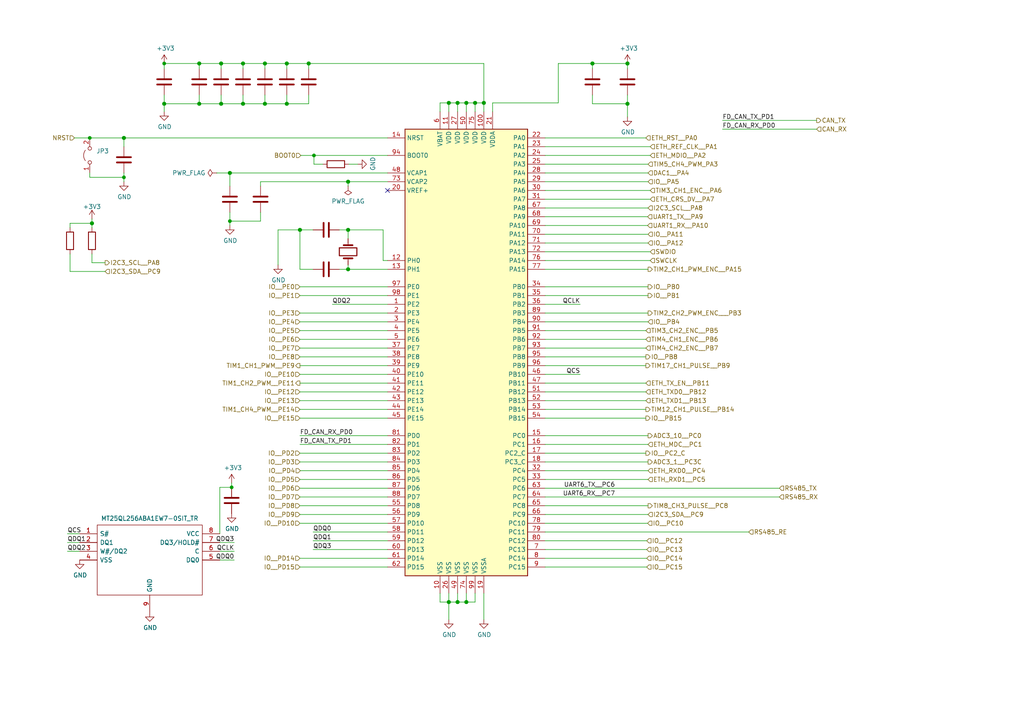
<source format=kicad_sch>
(kicad_sch (version 20230121) (generator eeschema)
  (paper "A4")
  (title_block (title "Uni printer") (date "2020-04-30") (rev "2.0") (company "Kartech") (comment 1 "jaroslaw.karwik@gmail.com"))
  (lib_symbols
    (symbol "Jumper:Jumper_2_Open" (pin_names (offset 0) hide)
      (property "Reference" "JP" (at 0 2.794 0))
      (property "Value" "Jumper_2_Open" (at 0 -2.286 0))
      (symbol "Jumper_2_Open_0_0"
        (circle (center -2.032 0) (radius 0.508))
        (circle (center 2.032 0) (radius 0.508))
      )
      (symbol "Jumper_2_Open_0_1"
        (arc (start 1.524 1.27) (mid 0 1.778) (end -1.524 1.27))
      )
      (symbol "Jumper_2_Open_1_1"
        (pin passive line (at -5.08 0 0) (length 2.54) (name "A") (number "1"))
        (pin passive line (at 5.08 0 180) (length 2.54) (name "B") (number "2"))
      )
    )
    (symbol "MCU_ST_STM32H7:STM32H743VITx"
      (property "Reference" "U" (at -17.78 64.77 0))
      (property "Value" "STM32H743VITx" (at 10.16 64.77 0))
      (symbol "STM32H743VITx_0_1"
        (rectangle (start -17.78 -66.04) (end 17.78 63.5) (stroke (width 0.254)) (fill (type background)))
      )
      (symbol "STM32H743VITx_1_1"
        (pin bidirectional line (at -22.86 12.7 0) (length 5.08) (name "PE2") (number "1"))
        (pin power_in line (at -7.62 -71.12 90) (length 5.08) (name "VSS") (number "10"))
        (pin power_in line (at 5.08 68.58 270) (length 5.08) (name "VDD") (number "100"))
        (pin power_in line (at -5.08 68.58 270) (length 5.08) (name "VDD") (number "11"))
        (pin input line (at -22.86 25.4 0) (length 5.08) (name "PH0") (number "12"))
        (pin input line (at -22.86 22.86 0) (length 5.08) (name "PH1") (number "13"))
        (pin input line (at -22.86 60.96 0) (length 5.08) (name "NRST") (number "14"))
        (pin bidirectional line (at 22.86 -25.4 180) (length 5.08) (name "PC0") (number "15"))
        (pin bidirectional line (at 22.86 -27.94 180) (length 5.08) (name "PC1") (number "16"))
        (pin bidirectional line (at 22.86 -30.48 180) (length 5.08) (name "PC2_C") (number "17"))
        (pin bidirectional line (at 22.86 -33.02 180) (length 5.08) (name "PC3_C") (number "18"))
        (pin power_in line (at 5.08 -71.12 90) (length 5.08) (name "VSSA") (number "19"))
        (pin bidirectional line (at -22.86 10.16 0) (length 5.08) (name "PE3") (number "2"))
        (pin bidirectional line (at -22.86 45.72 0) (length 5.08) (name "VREF+") (number "20"))
        (pin power_in line (at 7.62 68.58 270) (length 5.08) (name "VDDA") (number "21"))
        (pin bidirectional line (at 22.86 60.96 180) (length 5.08) (name "PA0") (number "22"))
        (pin bidirectional line (at 22.86 58.42 180) (length 5.08) (name "PA1") (number "23"))
        (pin bidirectional line (at 22.86 55.88 180) (length 5.08) (name "PA2") (number "24"))
        (pin bidirectional line (at 22.86 53.34 180) (length 5.08) (name "PA3") (number "25"))
        (pin power_in line (at -5.08 -71.12 90) (length 5.08) (name "VSS") (number "26"))
        (pin power_in line (at -2.54 68.58 270) (length 5.08) (name "VDD") (number "27"))
        (pin bidirectional line (at 22.86 50.8 180) (length 5.08) (name "PA4") (number "28"))
        (pin bidirectional line (at 22.86 48.26 180) (length 5.08) (name "PA5") (number "29"))
        (pin bidirectional line (at -22.86 7.62 0) (length 5.08) (name "PE4") (number "3"))
        (pin bidirectional line (at 22.86 45.72 180) (length 5.08) (name "PA6") (number "30"))
        (pin bidirectional line (at 22.86 43.18 180) (length 5.08) (name "PA7") (number "31"))
        (pin bidirectional line (at 22.86 -35.56 180) (length 5.08) (name "PC4") (number "32"))
        (pin bidirectional line (at 22.86 -38.1 180) (length 5.08) (name "PC5") (number "33"))
        (pin bidirectional line (at 22.86 17.78 180) (length 5.08) (name "PB0") (number "34"))
        (pin bidirectional line (at 22.86 15.24 180) (length 5.08) (name "PB1") (number "35"))
        (pin bidirectional line (at 22.86 12.7 180) (length 5.08) (name "PB2") (number "36"))
        (pin bidirectional line (at -22.86 0 0) (length 5.08) (name "PE7") (number "37"))
        (pin bidirectional line (at -22.86 -2.54 0) (length 5.08) (name "PE8") (number "38"))
        (pin bidirectional line (at -22.86 -5.08 0) (length 5.08) (name "PE9") (number "39"))
        (pin bidirectional line (at -22.86 5.08 0) (length 5.08) (name "PE5") (number "4"))
        (pin bidirectional line (at -22.86 -7.62 0) (length 5.08) (name "PE10") (number "40"))
        (pin bidirectional line (at -22.86 -10.16 0) (length 5.08) (name "PE11") (number "41"))
        (pin bidirectional line (at -22.86 -12.7 0) (length 5.08) (name "PE12") (number "42"))
        (pin bidirectional line (at -22.86 -15.24 0) (length 5.08) (name "PE13") (number "43"))
        (pin bidirectional line (at -22.86 -17.78 0) (length 5.08) (name "PE14") (number "44"))
        (pin bidirectional line (at -22.86 -20.32 0) (length 5.08) (name "PE15") (number "45"))
        (pin bidirectional line (at 22.86 -7.62 180) (length 5.08) (name "PB10") (number "46"))
        (pin bidirectional line (at 22.86 -10.16 180) (length 5.08) (name "PB11") (number "47"))
        (pin power_in line (at -22.86 50.8 0) (length 5.08) (name "VCAP1") (number "48"))
        (pin power_in line (at -2.54 -71.12 90) (length 5.08) (name "VSS") (number "49"))
        (pin bidirectional line (at -22.86 2.54 0) (length 5.08) (name "PE6") (number "5"))
        (pin power_in line (at 0 68.58 270) (length 5.08) (name "VDD") (number "50"))
        (pin bidirectional line (at 22.86 -12.7 180) (length 5.08) (name "PB12") (number "51"))
        (pin bidirectional line (at 22.86 -15.24 180) (length 5.08) (name "PB13") (number "52"))
        (pin bidirectional line (at 22.86 -17.78 180) (length 5.08) (name "PB14") (number "53"))
        (pin bidirectional line (at 22.86 -20.32 180) (length 5.08) (name "PB15") (number "54"))
        (pin bidirectional line (at -22.86 -45.72 0) (length 5.08) (name "PD8") (number "55"))
        (pin bidirectional line (at -22.86 -48.26 0) (length 5.08) (name "PD9") (number "56"))
        (pin bidirectional line (at -22.86 -50.8 0) (length 5.08) (name "PD10") (number "57"))
        (pin bidirectional line (at -22.86 -53.34 0) (length 5.08) (name "PD11") (number "58"))
        (pin bidirectional line (at -22.86 -55.88 0) (length 5.08) (name "PD12") (number "59"))
        (pin power_in line (at -7.62 68.58 270) (length 5.08) (name "VBAT") (number "6"))
        (pin bidirectional line (at -22.86 -58.42 0) (length 5.08) (name "PD13") (number "60"))
        (pin bidirectional line (at -22.86 -60.96 0) (length 5.08) (name "PD14") (number "61"))
        (pin bidirectional line (at -22.86 -63.5 0) (length 5.08) (name "PD15") (number "62"))
        (pin bidirectional line (at 22.86 -40.64 180) (length 5.08) (name "PC6") (number "63"))
        (pin bidirectional line (at 22.86 -43.18 180) (length 5.08) (name "PC7") (number "64"))
        (pin bidirectional line (at 22.86 -45.72 180) (length 5.08) (name "PC8") (number "65"))
        (pin bidirectional line (at 22.86 -48.26 180) (length 5.08) (name "PC9") (number "66"))
        (pin bidirectional line (at 22.86 40.64 180) (length 5.08) (name "PA8") (number "67"))
        (pin bidirectional line (at 22.86 38.1 180) (length 5.08) (name "PA9") (number "68"))
        (pin bidirectional line (at 22.86 35.56 180) (length 5.08) (name "PA10") (number "69"))
        (pin bidirectional line (at 22.86 -58.42 180) (length 5.08) (name "PC13") (number "7"))
        (pin bidirectional line (at 22.86 33.02 180) (length 5.08) (name "PA11") (number "70"))
        (pin bidirectional line (at 22.86 30.48 180) (length 5.08) (name "PA12") (number "71"))
        (pin bidirectional line (at 22.86 27.94 180) (length 5.08) (name "PA13") (number "72"))
        (pin power_in line (at -22.86 48.26 0) (length 5.08) (name "VCAP2") (number "73"))
        (pin power_in line (at 0 -71.12 90) (length 5.08) (name "VSS") (number "74"))
        (pin power_in line (at 2.54 68.58 270) (length 5.08) (name "VDD") (number "75"))
        (pin bidirectional line (at 22.86 25.4 180) (length 5.08) (name "PA14") (number "76"))
        (pin bidirectional line (at 22.86 22.86 180) (length 5.08) (name "PA15") (number "77"))
        (pin bidirectional line (at 22.86 -50.8 180) (length 5.08) (name "PC10") (number "78"))
        (pin bidirectional line (at 22.86 -53.34 180) (length 5.08) (name "PC11") (number "79"))
        (pin bidirectional line (at 22.86 -60.96 180) (length 5.08) (name "PC14") (number "8"))
        (pin bidirectional line (at 22.86 -55.88 180) (length 5.08) (name "PC12") (number "80"))
        (pin bidirectional line (at -22.86 -25.4 0) (length 5.08) (name "PD0") (number "81"))
        (pin bidirectional line (at -22.86 -27.94 0) (length 5.08) (name "PD1") (number "82"))
        (pin bidirectional line (at -22.86 -30.48 0) (length 5.08) (name "PD2") (number "83"))
        (pin bidirectional line (at -22.86 -33.02 0) (length 5.08) (name "PD3") (number "84"))
        (pin bidirectional line (at -22.86 -35.56 0) (length 5.08) (name "PD4") (number "85"))
        (pin bidirectional line (at -22.86 -38.1 0) (length 5.08) (name "PD5") (number "86"))
        (pin bidirectional line (at -22.86 -40.64 0) (length 5.08) (name "PD6") (number "87"))
        (pin bidirectional line (at -22.86 -43.18 0) (length 5.08) (name "PD7") (number "88"))
        (pin bidirectional line (at 22.86 10.16 180) (length 5.08) (name "PB3") (number "89"))
        (pin bidirectional line (at 22.86 -63.5 180) (length 5.08) (name "PC15") (number "9"))
        (pin bidirectional line (at 22.86 7.62 180) (length 5.08) (name "PB4") (number "90"))
        (pin bidirectional line (at 22.86 5.08 180) (length 5.08) (name "PB5") (number "91"))
        (pin bidirectional line (at 22.86 2.54 180) (length 5.08) (name "PB6") (number "92"))
        (pin bidirectional line (at 22.86 0 180) (length 5.08) (name "PB7") (number "93"))
        (pin input line (at -22.86 55.88 0) (length 5.08) (name "BOOT0") (number "94"))
        (pin bidirectional line (at 22.86 -2.54 180) (length 5.08) (name "PB8") (number "95"))
        (pin bidirectional line (at 22.86 -5.08 180) (length 5.08) (name "PB9") (number "96"))
        (pin bidirectional line (at -22.86 17.78 0) (length 5.08) (name "PE0") (number "97"))
        (pin bidirectional line (at -22.86 15.24 0) (length 5.08) (name "PE1") (number "98"))
        (pin power_in line (at 2.54 -71.12 90) (length 5.08) (name "VSS") (number "99"))
      )
    )
    (symbol "MT25QL256ABA1EW7-0SIT_TR:MT25QL256ABA1EW7-0SIT_TR" (pin_names (offset 0.762))
      (property "Reference" "IC" (at 36.83 7.62 0))
      (property "Value" "MT25QL256ABA1EW7-0SIT_TR" (at 36.83 5.08 0))
      (symbol "MT25QL256ABA1EW7-0SIT_TR_0_0"
        (pin passive line (at 0 0 0) (length 5.08) (name "S#") (number "1"))
        (pin passive line (at 0 -2.54 0) (length 5.08) (name "DQ1") (number "2"))
        (pin passive line (at 0 -5.08 0) (length 5.08) (name "W#/DQ2") (number "3"))
        (pin passive line (at 0 -7.62 0) (length 5.08) (name "VSS") (number "4"))
        (pin passive line (at 40.64 -7.62 180) (length 5.08) (name "DQ0") (number "5"))
        (pin passive line (at 40.64 -5.08 180) (length 5.08) (name "C") (number "6"))
        (pin passive line (at 40.64 -2.54 180) (length 5.08) (name "DQ3/HOLD#") (number "7"))
        (pin passive line (at 40.64 0 180) (length 5.08) (name "VCC") (number "8"))
        (pin passive line (at 20.32 -22.86 90) (length 5.08) (name "GND") (number "9"))
      )
      (symbol "MT25QL256ABA1EW7-0SIT_TR_0_1"
        (polyline (pts (xy 5.08 2.54) (xy 35.56 2.54) (xy 35.56 -17.78) (xy 5.08 -17.78) (xy 5.08 2.54)) (stroke (width 0.1524)))
      )
    )
    (symbol "Uni_Printer-rescue:C-Device" (pin_numbers hide) (pin_names (offset 0.254))
      (property "Reference" "C" (at 0.635 2.54 0))
      (property "Value" "C-Device" (at 0.635 -2.54 0))
      (symbol "C-Device_0_1"
        (polyline (pts (xy -2.032 -0.762) (xy 2.032 -0.762)) (stroke (width 0.508)))
        (polyline (pts (xy -2.032 0.762) (xy 2.032 0.762)) (stroke (width 0.508)))
      )
      (symbol "C-Device_1_1"
        (pin passive line (at 0 3.81 270) (length 2.794) (name "~") (number "1"))
        (pin passive line (at 0 -3.81 90) (length 2.794) (name "~") (number "2"))
      )
    )
    (symbol "Uni_Printer-rescue:Crystal-Device" (pin_numbers hide) (pin_names (offset 1.016) hide)
      (property "Reference" "Y" (at 0 3.81 0))
      (property "Value" "Crystal-Device" (at 0 -3.81 0))
      (symbol "Crystal-Device_0_1"
        (rectangle (start -1.143 2.54) (end 1.143 -2.54) (stroke (width 0.3048)))
        (polyline (pts (xy -2.54 0) (xy -1.905 0)))
        (polyline (pts (xy -1.905 -1.27) (xy -1.905 1.27)) (stroke (width 0.508)))
        (polyline (pts (xy 1.905 -1.27) (xy 1.905 1.27)) (stroke (width 0.508)))
        (polyline (pts (xy 2.54 0) (xy 1.905 0)))
      )
      (symbol "Crystal-Device_1_1"
        (pin passive line (at -3.81 0 0) (length 1.27) (name "1") (number "1"))
        (pin passive line (at 3.81 0 180) (length 1.27) (name "2") (number "2"))
      )
    )
    (symbol "Uni_Printer-rescue:PWR_FLAG-mfc_base_lib-Sensor_tank_v1-rescue-Uni_General_v1-rescue-Uni_Printer_v1-rescue" (power) (pin_numbers hide) (pin_names (offset 0) hide)
      (property "Value" "PWR_FLAG-mfc_base_lib-Sensor_tank_v1-rescue-Uni_General_v1-rescue-Uni_Printer_v1-rescue" (at 0 3.81 0))
      (symbol "PWR_FLAG-mfc_base_lib-Sensor_tank_v1-rescue-Uni_General_v1-rescue-Uni_Printer_v1-rescue_0_0"
        (pin power_out line (at 0 0 90) (length 0) (name "pwr") (number "1"))
      )
      (symbol "PWR_FLAG-mfc_base_lib-Sensor_tank_v1-rescue-Uni_General_v1-rescue-Uni_Printer_v1-rescue_0_1"
        (polyline (pts (xy 0 0) (xy 0 1.27) (xy -1.016 1.905) (xy 0 2.54) (xy 1.016 1.905) (xy 0 1.27)))
      )
    )
    (symbol "Uni_Printer-rescue:R-Device" (pin_numbers hide) (pin_names (offset 0))
      (property "Reference" "R" (at 2.032 0 90))
      (property "Value" "R-Device" (at 0 0 90))
      (symbol "R-Device_0_1"
        (rectangle (start -1.016 -2.54) (end 1.016 2.54) (stroke (width 0.254)))
      )
      (symbol "R-Device_1_1"
        (pin passive line (at 0 3.81 270) (length 1.27) (name "~") (number "1"))
        (pin passive line (at 0 -3.81 90) (length 1.27) (name "~") (number "2"))
      )
    )
    (symbol "power:+3V3" (power) (pin_names (offset 0))
      (property "Value" "+3V3" (at 0 3.556 0))
      (symbol "+3V3_0_1"
        (polyline (pts (xy -0.762 1.27) (xy 0 2.54)))
        (polyline (pts (xy 0 0) (xy 0 2.54)))
        (polyline (pts (xy 0 2.54) (xy 0.762 1.27)))
      )
      (symbol "+3V3_1_1"
        (pin power_in line (at 0 0 90) (length 0) hide (name "+3V3") (number "1"))
      )
    )
    (symbol "power:GND" (power) (pin_names (offset 0))
      (property "Value" "GND" (at 0 -3.81 0))
      (symbol "GND_0_1"
        (polyline (pts (xy 0 0) (xy 0 -1.27) (xy 1.27 -1.27) (xy 0 -2.54) (xy -1.27 -1.27) (xy 0 -1.27)))
      )
      (symbol "GND_1_1"
        (pin power_in line (at 0 0 270) (length 0) hide (name "GND") (number "1"))
      )
    )
  )
  (junction (at 76.835 30.099) (diameter 1.016))
  (junction (at 100.965 52.705) (diameter 1.016))
  (junction (at 132.715 29.845) (diameter 1.016))
  (junction (at 140.335 29.845) (diameter 1.016))
  (junction (at 135.255 174.625) (diameter 1.016))
  (junction (at 86.995 66.675) (diameter 1.016))
  (junction (at 137.795 29.845) (diameter 1.016))
  (junction (at 130.175 29.845) (diameter 1.016))
  (junction (at 57.785 18.415) (diameter 1.016))
  (junction (at 47.625 30.099) (diameter 1.016))
  (junction (at 91.059 45.085))
  (junction (at 181.991 30.099) (diameter 1.016))
  (junction (at 76.835 18.415) (diameter 1.016))
  (junction (at 135.255 29.845) (diameter 1.016))
  (junction (at 64.135 30.099) (diameter 1.016))
  (junction (at 132.715 174.625) (diameter 1.016))
  (junction (at 35.941 40.005) (diameter 1.016))
  (junction (at 70.485 30.099) (diameter 1.016))
  (junction (at 47.625 18.415))
  (junction (at 171.831 18.415) (diameter 1.016))
  (junction (at 66.675 50.165) (diameter 1.016))
  (junction (at 67.183 141.351))
  (junction (at 83.185 30.099) (diameter 1.016))
  (junction (at 64.135 18.415) (diameter 1.016))
  (junction (at 100.965 78.105) (diameter 1.016))
  (junction (at 57.785 30.099) (diameter 1.016))
  (junction (at 26.67 64.77) (diameter 1.016))
  (junction (at 83.185 18.415) (diameter 1.016))
  (junction (at 89.535 18.415) (diameter 1.016))
  (junction (at 66.675 64.135))
  (junction (at 100.965 66.675) (diameter 1.016))
  (junction (at 130.175 174.625) (diameter 1.016))
  (junction (at 70.485 18.415) (diameter 1.016))
  (junction (at 35.941 51.435))
  (junction (at 26.035 40.005))
  (junction (at 181.991 18.415) (diameter 1.016))
  (no_connect (at 112.395 55.245))
  (wire (pts (xy 112.395 118.745) (xy 86.995 118.745)))
  (wire (pts (xy 171.831 19.939) (xy 171.831 18.415)))
  (wire (pts (xy 171.831 30.099) (xy 181.991 30.099)))
  (wire (pts (xy 112.395 103.505) (xy 86.995 103.505)))
  (wire (pts (xy 26.67 63.5) (xy 26.67 64.77)))
  (wire (pts (xy 137.795 29.845) (xy 137.795 32.385)))
  (wire (pts (xy 161.925 18.415) (xy 171.831 18.415)))
  (wire (pts (xy 100.965 69.215) (xy 100.965 66.675)))
  (wire (pts (xy 112.395 151.765) (xy 86.995 151.765)))
  (wire (pts (xy 158.115 52.705) (xy 187.96 52.705)))
  (wire (pts (xy 66.675 50.165) (xy 62.865 50.165)))
  (wire (pts (xy 112.395 78.105) (xy 100.965 78.105)))
  (wire (pts (xy 86.995 111.125) (xy 112.395 111.125)))
  (wire (pts (xy 158.115 113.665) (xy 187.325 113.665)))
  (wire (pts (xy 75.565 53.975) (xy 75.565 52.705)))
  (wire (pts (xy 26.67 76.2) (xy 30.48 76.2)))
  (wire (pts (xy 21.59 40.005) (xy 26.035 40.005)))
  (wire (pts (xy 132.715 174.625) (xy 130.175 174.625)))
  (wire (pts (xy 89.535 30.099) (xy 89.535 27.559)))
  (wire (pts (xy 158.115 141.605) (xy 226.06 141.605)))
  (wire (pts (xy 57.785 30.099) (xy 47.625 30.099)))
  (wire (pts (xy 47.625 32.385) (xy 47.625 30.099)))
  (wire (pts (xy 112.395 128.905) (xy 86.995 128.905)))
  (wire (pts (xy 158.115 95.885) (xy 187.325 95.885)))
  (wire (pts (xy 187.96 133.985) (xy 158.115 133.985)))
  (wire (pts (xy 135.255 174.625) (xy 132.715 174.625)))
  (wire (pts (xy 86.995 93.345) (xy 112.395 93.345)))
  (wire (pts (xy 63.754 141.351) (xy 63.754 154.813)))
  (wire (pts (xy 19.558 157.353) (xy 23.114 157.353)))
  (wire (pts (xy 187.325 131.445) (xy 158.115 131.445)))
  (wire (pts (xy 158.115 50.165) (xy 187.96 50.165)))
  (wire (pts (xy 90.805 159.385) (xy 112.395 159.385)))
  (wire (pts (xy 20.32 66.04) (xy 20.32 64.77)))
  (wire (pts (xy 130.175 29.845) (xy 132.715 29.845)))
  (wire (pts (xy 171.831 27.559) (xy 171.831 30.099)))
  (wire (pts (xy 100.965 52.705) (xy 112.395 52.705)))
  (wire (pts (xy 91.059 45.085) (xy 112.395 45.085)))
  (wire (pts (xy 47.625 30.099) (xy 47.625 27.559)))
  (wire (pts (xy 86.995 106.045) (xy 112.395 106.045)))
  (wire (pts (xy 132.715 29.845) (xy 135.255 29.845)))
  (wire (pts (xy 158.115 75.565) (xy 188.595 75.565)))
  (wire (pts (xy 57.785 18.415) (xy 47.625 18.415)))
  (wire (pts (xy 130.175 174.625) (xy 127.635 174.625)))
  (wire (pts (xy 158.115 47.625) (xy 187.96 47.625)))
  (wire (pts (xy 137.795 174.625) (xy 135.255 174.625)))
  (wire (pts (xy 158.115 67.945) (xy 187.96 67.945)))
  (wire (pts (xy 112.395 144.145) (xy 86.995 144.145)))
  (wire (pts (xy 76.835 18.415) (xy 83.185 18.415)))
  (wire (pts (xy 158.115 45.085) (xy 188.595 45.085)))
  (wire (pts (xy 168.275 88.265) (xy 158.115 88.265)))
  (wire (pts (xy 209.55 37.465) (xy 236.855 37.465)))
  (wire (pts (xy 158.115 164.465) (xy 187.579 164.465)))
  (wire (pts (xy 112.395 113.665) (xy 86.995 113.665)))
  (wire (pts (xy 112.395 141.605) (xy 86.995 141.605)))
  (wire (pts (xy 135.255 29.845) (xy 137.795 29.845)))
  (wire (pts (xy 96.393 88.265) (xy 112.395 88.265)))
  (wire (pts (xy 158.115 83.185) (xy 187.96 83.185)))
  (wire (pts (xy 63.754 157.353) (xy 67.945 157.353)))
  (wire (pts (xy 19.558 154.813) (xy 23.114 154.813)))
  (wire (pts (xy 158.115 136.525) (xy 187.96 136.525)))
  (wire (pts (xy 187.325 121.285) (xy 158.115 121.285)))
  (wire (pts (xy 132.715 172.085) (xy 132.715 174.625)))
  (wire (pts (xy 112.395 50.165) (xy 66.675 50.165)))
  (wire (pts (xy 209.55 34.925) (xy 236.855 34.925)))
  (wire (pts (xy 20.32 78.74) (xy 30.48 78.74)))
  (wire (pts (xy 64.135 30.099) (xy 57.785 30.099)))
  (wire (pts (xy 127.635 174.625) (xy 127.635 172.085)))
  (wire (pts (xy 100.965 66.675) (xy 98.425 66.675)))
  (wire (pts (xy 86.995 95.885) (xy 112.395 95.885)))
  (wire (pts (xy 140.335 18.415) (xy 140.335 29.845)))
  (wire (pts (xy 112.395 149.225) (xy 86.995 149.225)))
  (wire (pts (xy 187.96 126.365) (xy 158.115 126.365)))
  (wire (pts (xy 112.395 146.685) (xy 86.995 146.685)))
  (wire (pts (xy 101.219 47.625) (xy 103.759 47.625)))
  (wire (pts (xy 26.67 73.66) (xy 26.67 76.2)))
  (wire (pts (xy 112.395 100.965) (xy 86.995 100.965)))
  (wire (pts (xy 111.125 66.675) (xy 111.125 75.565)))
  (wire (pts (xy 158.115 78.105) (xy 187.96 78.105)))
  (wire (pts (xy 67.183 140.081) (xy 67.183 141.351)))
  (wire (pts (xy 26.035 51.435) (xy 35.941 51.435)))
  (wire (pts (xy 158.115 149.225) (xy 187.96 149.225)))
  (wire (pts (xy 130.175 29.845) (xy 130.175 32.385)))
  (wire (pts (xy 86.995 78.105) (xy 90.805 78.105)))
  (wire (pts (xy 75.565 64.135) (xy 75.565 61.595)))
  (wire (pts (xy 57.785 30.099) (xy 57.785 27.559)))
  (wire (pts (xy 142.875 29.845) (xy 161.925 29.845)))
  (wire (pts (xy 112.395 161.925) (xy 86.995 161.925)))
  (wire (pts (xy 19.558 159.893) (xy 23.114 159.893)))
  (wire (pts (xy 63.754 162.433) (xy 67.945 162.433)))
  (wire (pts (xy 158.115 93.345) (xy 187.96 93.345)))
  (wire (pts (xy 187.325 103.505) (xy 158.115 103.505)))
  (wire (pts (xy 26.035 40.005) (xy 35.941 40.005)))
  (wire (pts (xy 26.67 64.77) (xy 26.67 66.04)))
  (wire (pts (xy 70.485 30.099) (xy 64.135 30.099)))
  (wire (pts (xy 75.565 52.705) (xy 100.965 52.705)))
  (wire (pts (xy 158.115 100.965) (xy 187.325 100.965)))
  (wire (pts (xy 57.785 19.939) (xy 57.785 18.415)))
  (wire (pts (xy 158.115 55.245) (xy 188.595 55.245)))
  (wire (pts (xy 90.805 156.845) (xy 112.395 156.845)))
  (wire (pts (xy 161.925 29.845) (xy 161.925 18.415)))
  (wire (pts (xy 80.645 76.835) (xy 80.645 66.675)))
  (wire (pts (xy 66.675 61.595) (xy 66.675 64.135)))
  (wire (pts (xy 86.995 83.185) (xy 112.395 83.185)))
  (wire (pts (xy 112.395 154.305) (xy 90.805 154.305)))
  (wire (pts (xy 83.185 19.939) (xy 83.185 18.415)))
  (wire (pts (xy 158.115 159.385) (xy 187.579 159.385)))
  (wire (pts (xy 35.941 40.005) (xy 35.941 42.545)))
  (wire (pts (xy 86.995 90.805) (xy 112.395 90.805)))
  (wire (pts (xy 158.115 161.925) (xy 187.579 161.925)))
  (wire (pts (xy 188.595 42.545) (xy 158.115 42.545)))
  (wire (pts (xy 89.535 30.099) (xy 83.185 30.099)))
  (wire (pts (xy 132.715 29.845) (xy 132.715 32.385)))
  (wire (pts (xy 64.135 30.099) (xy 64.135 27.559)))
  (wire (pts (xy 158.115 70.485) (xy 187.96 70.485)))
  (wire (pts (xy 66.675 64.135) (xy 66.675 65.405)))
  (wire (pts (xy 158.115 151.765) (xy 187.833 151.765)))
  (wire (pts (xy 112.395 139.065) (xy 86.995 139.065)))
  (wire (pts (xy 158.115 116.205) (xy 187.325 116.205)))
  (wire (pts (xy 158.115 154.305) (xy 217.17 154.305)))
  (wire (pts (xy 158.115 98.425) (xy 187.325 98.425)))
  (wire (pts (xy 87.249 45.085) (xy 91.059 45.085)))
  (wire (pts (xy 112.395 133.985) (xy 86.995 133.985)))
  (wire (pts (xy 70.485 19.939) (xy 70.485 18.415)))
  (wire (pts (xy 188.595 57.785) (xy 158.115 57.785)))
  (wire (pts (xy 158.115 73.025) (xy 188.595 73.025)))
  (wire (pts (xy 158.115 139.065) (xy 187.96 139.065)))
  (wire (pts (xy 90.805 66.675) (xy 86.995 66.675)))
  (wire (pts (xy 35.941 51.435) (xy 35.941 50.165)))
  (wire (pts (xy 130.175 179.705) (xy 130.175 174.625)))
  (wire (pts (xy 158.115 144.145) (xy 226.06 144.145)))
  (wire (pts (xy 130.175 174.625) (xy 130.175 172.085)))
  (wire (pts (xy 76.835 19.939) (xy 76.835 18.415)))
  (wire (pts (xy 86.995 85.725) (xy 112.395 85.725)))
  (wire (pts (xy 127.635 29.845) (xy 130.175 29.845)))
  (wire (pts (xy 135.255 172.085) (xy 135.255 174.625)))
  (wire (pts (xy 83.185 30.099) (xy 83.185 27.559)))
  (wire (pts (xy 158.115 111.125) (xy 187.325 111.125)))
  (wire (pts (xy 181.991 19.939) (xy 181.991 18.415)))
  (wire (pts (xy 76.835 30.099) (xy 76.835 27.559)))
  (wire (pts (xy 140.335 29.845) (xy 140.335 32.385)))
  (wire (pts (xy 112.395 108.585) (xy 86.995 108.585)))
  (wire (pts (xy 135.255 29.845) (xy 135.255 32.385)))
  (wire (pts (xy 158.115 40.005) (xy 187.325 40.005)))
  (wire (pts (xy 66.675 64.135) (xy 75.565 64.135)))
  (wire (pts (xy 127.635 32.385) (xy 127.635 29.845)))
  (wire (pts (xy 64.135 18.415) (xy 70.485 18.415)))
  (wire (pts (xy 187.833 62.865) (xy 158.115 62.865)))
  (wire (pts (xy 100.965 52.705) (xy 100.965 53.975)))
  (wire (pts (xy 112.395 136.525) (xy 87.122 136.525)))
  (wire (pts (xy 89.535 19.939) (xy 89.535 18.415)))
  (wire (pts (xy 112.395 116.205) (xy 86.995 116.205)))
  (wire (pts (xy 66.675 50.165) (xy 66.675 53.975)))
  (wire (pts (xy 168.275 108.585) (xy 158.115 108.585)))
  (wire (pts (xy 91.059 47.625) (xy 93.599 47.625)))
  (wire (pts (xy 137.795 172.085) (xy 137.795 174.625)))
  (wire (pts (xy 158.115 106.045) (xy 187.325 106.045)))
  (wire (pts (xy 112.395 126.365) (xy 86.995 126.365)))
  (wire (pts (xy 63.754 159.893) (xy 67.945 159.893)))
  (wire (pts (xy 112.395 131.445) (xy 86.995 131.445)))
  (wire (pts (xy 181.991 27.559) (xy 181.991 30.099)))
  (wire (pts (xy 187.833 65.405) (xy 158.115 65.405)))
  (wire (pts (xy 86.995 98.425) (xy 112.395 98.425)))
  (wire (pts (xy 140.335 172.085) (xy 140.335 179.705)))
  (wire (pts (xy 80.645 66.675) (xy 86.995 66.675)))
  (wire (pts (xy 158.115 60.325) (xy 187.96 60.325)))
  (wire (pts (xy 64.135 19.939) (xy 64.135 18.415)))
  (wire (pts (xy 100.965 78.105) (xy 98.425 78.105)))
  (wire (pts (xy 20.32 64.77) (xy 26.67 64.77)))
  (wire (pts (xy 181.991 30.099) (xy 181.991 33.909)))
  (wire (pts (xy 187.325 118.745) (xy 158.115 118.745)))
  (wire (pts (xy 187.96 146.685) (xy 158.115 146.685)))
  (wire (pts (xy 83.185 30.099) (xy 76.835 30.099)))
  (wire (pts (xy 76.835 30.099) (xy 70.485 30.099)))
  (wire (pts (xy 35.941 40.005) (xy 112.395 40.005)))
  (wire (pts (xy 35.941 52.705) (xy 35.941 51.435)))
  (wire (pts (xy 158.115 156.845) (xy 187.579 156.845)))
  (wire (pts (xy 100.965 78.105) (xy 100.965 76.835)))
  (wire (pts (xy 158.115 128.905) (xy 187.96 128.905)))
  (wire (pts (xy 67.183 141.351) (xy 63.754 141.351)))
  (wire (pts (xy 20.32 73.66) (xy 20.32 78.74)))
  (wire (pts (xy 100.965 66.675) (xy 111.125 66.675)))
  (wire (pts (xy 187.96 85.725) (xy 158.115 85.725)))
  (wire (pts (xy 112.395 164.465) (xy 86.995 164.465)))
  (wire (pts (xy 47.625 18.415) (xy 47.625 19.939)))
  (wire (pts (xy 111.125 75.565) (xy 112.395 75.565)))
  (wire (pts (xy 89.535 18.415) (xy 140.335 18.415)))
  (wire (pts (xy 70.485 30.099) (xy 70.485 27.559)))
  (wire (pts (xy 158.115 90.805) (xy 187.96 90.805)))
  (wire (pts (xy 26.035 51.435) (xy 26.035 50.165)))
  (wire (pts (xy 57.785 18.415) (xy 64.135 18.415)))
  (wire (pts (xy 86.995 66.675) (xy 86.995 78.105)))
  (wire (pts (xy 91.059 45.085) (xy 91.059 47.625)))
  (wire (pts (xy 181.991 18.415) (xy 171.831 18.415)))
  (wire (pts (xy 142.875 29.845) (xy 142.875 32.385)))
  (wire (pts (xy 137.795 29.845) (xy 140.335 29.845)))
  (wire (pts (xy 70.485 18.415) (xy 76.835 18.415)))
  (wire (pts (xy 89.535 18.415) (xy 83.185 18.415)))
  (wire (pts (xy 112.395 121.285) (xy 86.995 121.285)))
  (label "QDQ0" (at 67.945 162.433 0))
  (label "FD_CAN_RX_PD0" (at 209.55 37.465 0))
  (label "QDQ0" (at 90.805 154.305 0))
  (label "QDQ1" (at 19.558 157.353 0))
  (label "QCLK" (at 67.945 159.893 0))
  (label "QDQ2" (at 96.393 88.265 0))
  (label "FD_CAN_TX_PD1" (at 209.55 34.925 0))
  (label "QCS" (at 168.275 108.585 0))
  (label "QDQ3" (at 90.805 159.385 0))
  (label "FD_CAN_RX_PD0" (at 86.995 126.365 0))
  (label "FD_CAN_TX_PD1" (at 86.995 128.905 0))
  (label "QCS" (at 19.558 154.813 0))
  (label "QDQ1" (at 90.805 156.845 0))
  (label "QDQ3" (at 67.945 157.353 0))
  (label "UART6_TX__PC6" (at 178.435 141.605 180))
  (label "QCLK" (at 168.275 88.265 0))
  (label "QDQ2" (at 19.558 159.893 0))
  (label "UART6_RX__PC7" (at 178.435 144.145 180))
  (hierarchical_label "IO__PC10" (shape input) (at 187.833 151.765 0))
  (hierarchical_label "IO__PB8" (shape output) (at 187.325 103.505 0))
  (hierarchical_label "ETH_REF_CLK__PA1" (shape input) (at 188.595 42.545 0))
  (hierarchical_label "IO__PE13" (shape input) (at 86.995 116.205 180))
  (hierarchical_label "TIM2_CH1_PWM_ENC__PA15" (shape output) (at 187.96 78.105 0))
  (hierarchical_label "IO__PE3" (shape input) (at 86.995 90.805 180))
  (hierarchical_label "TIM8_CH3_PULSE__PC8" (shape output) (at 187.96 146.685 0))
  (hierarchical_label "IO__PD6" (shape input) (at 86.995 141.605 180))
  (hierarchical_label "ETH_RST__PA0" (shape input) (at 187.325 40.005 0))
  (hierarchical_label "IO__PE0" (shape input) (at 86.995 83.185 180))
  (hierarchical_label "UART1_TX__PA9" (shape input) (at 187.833 62.865 0))
  (hierarchical_label "IO__PE12" (shape input) (at 86.995 113.665 180))
  (hierarchical_label "ETH_RXD1__PC5" (shape input) (at 187.96 139.065 0))
  (hierarchical_label "IO__PB4" (shape input) (at 187.96 93.345 0))
  (hierarchical_label "TIM1_CH1_PWM__PE9" (shape output) (at 86.995 106.045 180))
  (hierarchical_label "ADC3_10__PC0" (shape output) (at 187.96 126.365 0))
  (hierarchical_label "IO__PE6" (shape input) (at 86.995 98.425 180))
  (hierarchical_label "TIM17_CH1_PULSE__PB9" (shape output) (at 187.325 106.045 0))
  (hierarchical_label "IO__PA12" (shape input) (at 187.96 70.485 0))
  (hierarchical_label "I2C3_SDA__PC9" (shape input) (at 30.48 78.74 0))
  (hierarchical_label "TIM4_CH1_ENC__PB6" (shape input) (at 187.325 98.425 0))
  (hierarchical_label "RS485_RX" (shape input) (at 226.06 144.145 0))
  (hierarchical_label "I2C3_SCL__PA8" (shape output) (at 30.48 76.2 0))
  (hierarchical_label "IO__PE5" (shape input) (at 86.995 95.885 180))
  (hierarchical_label "IO__PD8" (shape input) (at 86.995 146.685 180))
  (hierarchical_label "IO__PD4" (shape input) (at 87.122 136.525 180))
  (hierarchical_label "IO__PE7" (shape input) (at 86.995 100.965 180))
  (hierarchical_label "IO__PC15" (shape input) (at 187.579 164.465 0))
  (hierarchical_label "SWCLK" (shape input) (at 188.595 75.565 0))
  (hierarchical_label "ADC3_1__PC3C" (shape output) (at 187.96 133.985 0))
  (hierarchical_label "TIM4_CH2_ENC__PB7" (shape input) (at 187.325 100.965 0))
  (hierarchical_label "BOOT0" (shape input) (at 87.249 45.085 180))
  (hierarchical_label "IO__PB15" (shape output) (at 187.325 121.285 0))
  (hierarchical_label "TIM5_CH4_PWM_PA3" (shape input) (at 187.96 47.625 0))
  (hierarchical_label "IO__PE10" (shape input) (at 86.995 108.585 180))
  (hierarchical_label "TIM12_CH1_PULSE__PB14" (shape output) (at 187.325 118.745 0))
  (hierarchical_label "IO__PD7" (shape input) (at 86.995 144.145 180))
  (hierarchical_label "ETH_TX_EN__PB11" (shape input) (at 187.325 111.125 0))
  (hierarchical_label "IO__PA11" (shape input) (at 187.96 67.945 0))
  (hierarchical_label "IO__PE8" (shape input) (at 86.995 103.505 180))
  (hierarchical_label "IO__PD2" (shape input) (at 86.995 131.445 180))
  (hierarchical_label "ETH_RXD0__PC4" (shape input) (at 187.96 136.525 0))
  (hierarchical_label "DAC1__PA4" (shape input) (at 187.96 50.165 0))
  (hierarchical_label "TIM1_CH4_PWM__PE14" (shape input) (at 86.995 118.745 180))
  (hierarchical_label "CAN_RX" (shape input) (at 236.855 37.465 0))
  (hierarchical_label "NRST" (shape input) (at 21.59 40.005 180))
  (hierarchical_label "ETH_TXD0__PB12" (shape input) (at 187.325 113.665 0))
  (hierarchical_label "IO__PA5" (shape input) (at 187.96 52.705 0))
  (hierarchical_label "IO__PD9" (shape input) (at 86.995 149.225 180))
  (hierarchical_label "ETH_CRS_DV__PA7" (shape input) (at 188.595 57.785 0))
  (hierarchical_label "CAN_TX" (shape output) (at 236.855 34.925 0))
  (hierarchical_label "TIM1_CH2_PWM__PE11" (shape output) (at 86.995 111.125 180))
  (hierarchical_label "TIM3_CH2_ENC__PB5" (shape input) (at 187.325 95.885 0))
  (hierarchical_label "IO__PD14" (shape input) (at 86.995 161.925 180))
  (hierarchical_label "IO__PD15" (shape input) (at 86.995 164.465 180))
  (hierarchical_label "IO__PB1" (shape output) (at 187.96 85.725 0))
  (hierarchical_label "ETH_MDIO__PA2" (shape input) (at 188.595 45.085 0))
  (hierarchical_label "ETH_TXD1__PB13" (shape input) (at 187.325 116.205 0))
  (hierarchical_label "I2C3_SDA__PC9" (shape input) (at 187.96 149.225 0))
  (hierarchical_label "IO__PC13" (shape input) (at 187.579 159.385 0))
  (hierarchical_label "RS485_RE" (shape input) (at 217.17 154.305 0))
  (hierarchical_label "IO__PD10" (shape input) (at 86.995 151.765 180))
  (hierarchical_label "I2C3_SCL__PA8" (shape input) (at 187.96 60.325 0))
  (hierarchical_label "IO__PC12" (shape input) (at 187.579 156.845 0))
  (hierarchical_label "TIM3_CH1_ENC__PA6" (shape input) (at 188.595 55.245 0))
  (hierarchical_label "IO__PB0" (shape output) (at 187.96 83.185 0))
  (hierarchical_label "IO__PD3" (shape input) (at 86.995 133.985 180))
  (hierarchical_label "IO__PC2_C" (shape output) (at 187.325 131.445 0))
  (hierarchical_label "SWDIO" (shape input) (at 188.595 73.025 0))
  (hierarchical_label "ETH_MDC__PC1" (shape input) (at 187.96 128.905 0))
  (hierarchical_label "RS485_TX" (shape input) (at 226.06 141.605 0))
  (hierarchical_label "TIM2_CH2_PWM_ENC___PB3" (shape output) (at 187.96 90.805 0))
  (hierarchical_label "IO__PE1" (shape input) (at 86.995 85.725 180))
  (hierarchical_label "IO__PC14" (shape input) (at 187.579 161.925 0))
  (hierarchical_label "IO__PE15" (shape input) (at 86.995 121.285 180))
  (hierarchical_label "IO__PD5" (shape input) (at 86.995 139.065 180))
  (hierarchical_label "IO__PE4" (shape input) (at 86.995 93.345 180))
  (hierarchical_label "UART1_RX__PA10" (shape input) (at 187.833 65.405 0))
  (symbol (lib_id "Uni_Printer-rescue:C-Device") (at 83.185 23.749 0) (unit 1)
    (property "Reference" "C16" (at 86.106 22.5806 0) (effects (justify left)))
    (property "Value" "100n" (at 86.106 24.892 0) (effects (justify left)))
    (property "Footprint" "Capacitor_SMD:C_0603_1608Metric" (effects hide))
    (property "Reference" "C20" (effects hide))
    (property "Value" "100n" (effects hide))
    (instances (project "Uni_Printer" (path "" (reference "C16") (unit 1))))
  )
  (symbol (lib_id "Uni_Printer-rescue:C-Device") (at 76.835 23.749 0) (unit 1)
    (property "Reference" "C15" (at 79.756 22.5806 0) (effects (justify left)))
    (property "Value" "100n" (at 79.756 24.892 0) (effects (justify left)))
    (property "Footprint" "Capacitor_SMD:C_0603_1608Metric" (effects hide))
    (property "Reference" "C17" (effects hide))
    (property "Value" "100n" (effects hide))
    (instances (project "Uni_Printer" (path "" (reference "C15") (unit 1))))
  )
  (symbol (lib_id "Uni_Printer-rescue:C-Device") (at 70.485 23.749 0) (unit 1)
    (property "Reference" "C13" (at 73.406 22.5806 0) (effects (justify left)))
    (property "Value" "100n" (at 73.406 24.892 0) (effects (justify left)))
    (property "Footprint" "Capacitor_SMD:C_0603_1608Metric" (effects hide))
    (property "Reference" "C15" (effects hide))
    (property "Value" "100n" (effects hide))
    (instances (project "Uni_Printer" (path "" (reference "C13") (unit 1))))
  )
  (symbol (lib_id "Uni_Printer-rescue:C-Device") (at 64.135 23.749 0) (unit 1)
    (property "Reference" "C10" (at 67.056 22.5806 0) (effects (justify left)))
    (property "Value" "100n" (at 67.056 24.892 0) (effects (justify left)))
    (property "Footprint" "Capacitor_SMD:C_0603_1608Metric" (effects hide))
    (property "Reference" "C14" (effects hide))
    (property "Value" "100n" (effects hide))
    (instances (project "Uni_Printer" (path "" (reference "C10") (unit 1))))
  )
  (symbol (lib_id "Uni_Printer-rescue:C-Device") (at 57.785 23.749 0) (unit 1)
    (property "Reference" "C9" (at 60.706 22.5806 0) (effects (justify left)))
    (property "Value" "100n" (at 60.706 24.892 0) (effects (justify left)))
    (property "Footprint" "Capacitor_SMD:C_0603_1608Metric" (effects hide))
    (property "Reference" "C12" (effects hide))
    (property "Value" "100n" (effects hide))
    (instances (project "Uni_Printer" (path "" (reference "C9") (unit 1))))
  )
  (symbol (lib_id "power:+3V3") (at 47.625 18.415 0) (unit 1)
    (property "Reference" "#PWR0145" (effects hide))
    (property "Value" "+3V3" (at 48.006 14.0208 0))
  )
  (symbol (lib_id "power:GND") (at 47.625 32.385 0) (unit 1)
    (property "Reference" "#PWR0146" (effects hide))
    (property "Value" "GND" (at 47.752 36.7792 0))
  )
  (symbol (lib_id "Uni_Printer-rescue:C-Device") (at 171.831 23.749 0) (unit 1)
    (property "Reference" "C20" (at 174.752 22.5806 0) (effects (justify left)))
    (property "Value" "10uF" (at 174.752 24.892 0) (effects (justify left)))
    (property "Footprint" "Capacitor_SMD:C_0603_1608Metric" (effects hide))
    (property "Reference" "C23" (effects hide))
    (property "Value" "10uF" (effects hide))
    (instances (project "Uni_Printer" (path "" (reference "C20") (unit 1))))
  )
  (symbol (lib_id "Uni_Printer-rescue:C-Device") (at 181.991 23.749 0) (unit 1)
    (property "Reference" "C21" (at 184.912 22.5806 0) (effects (justify left)))
    (property "Value" "100n" (at 184.912 24.892 0) (effects (justify left)))
    (property "Footprint" "Capacitor_SMD:C_0603_1608Metric" (effects hide))
    (property "Reference" "C24" (effects hide))
    (property "Value" "100n" (effects hide))
    (instances (project "Uni_Printer" (path "" (reference "C21") (unit 1))))
  )
  (symbol (lib_id "power:+3V3") (at 181.991 18.415 0) (unit 1)
    (property "Reference" "#PWR0155" (effects hide))
    (property "Value" "+3V3" (at 182.372 14.0208 0))
  )
  (symbol (lib_id "power:GND") (at 181.991 33.909 0) (unit 1)
    (property "Reference" "#PWR0156" (effects hide))
    (property "Value" "GND" (at 182.118 38.3032 0))
  )
  (symbol (lib_id "Uni_Printer-rescue:C-Device") (at 66.675 57.785 0) (unit 1)
    (property "Reference" "C11" (at 69.596 56.6166 0) (effects (justify left)))
    (property "Value" "10uF" (at 69.596 58.928 0) (effects (justify left)))
    (property "Footprint" "Capacitor_SMD:C_0603_1608Metric" (effects hide))
    (property "Reference" "C11" (effects hide))
    (property "Value" "10uF" (effects hide))
  )
  (symbol (lib_id "Uni_Printer-rescue:Crystal-Device") (at 100.965 73.025 270) (unit 1)
    (property "Reference" "Y1" (at 104.2924 71.8566 90) (effects (justify left)))
    (property "Value" "ABM7-25.000MHZ-D2Y-T" (at 97.663 64.389 90) (effects (justify left)))
    (property "Footprint" "moje:XTAL500X320X130N_v2" (effects hide))
    (property "TME" "ABM7-25.000MHZ-D2Y" (effects hide))
    (property "Category" "Xtal" (effects hide))
    (property "Reference" "Y1" (effects hide))
    (property "Value" "ABM7-25.000MHZ-D2Y-T" (effects hide))
  )
  (symbol (lib_id "Uni_Printer-rescue:C-Device") (at 75.565 57.785 0) (unit 1)
    (property "Reference" "C14" (at 78.486 56.6166 0) (effects (justify left)))
    (property "Value" "10uF" (at 78.486 58.928 0) (effects (justify left)))
    (property "Footprint" "Capacitor_SMD:C_0603_1608Metric" (effects hide))
    (property "Reference" "C13" (effects hide))
    (property "Value" "10uF" (effects hide))
    (instances (project "Uni_Printer" (path "" (reference "C14") (unit 1))))
  )
  (symbol (lib_id "Uni_Printer-rescue:C-Device") (at 94.615 66.675 270) (unit 1)
    (property "Reference" "C18" (at 94.615 60.2742 90))
    (property "Value" "18pF" (at 94.615 62.5856 90))
    (property "Footprint" "Capacitor_SMD:C_0603_1608Metric" (effects hide))
    (property "Reference" "C18" (effects hide))
    (property "Value" "18pF" (effects hide))
  )
  (symbol (lib_id "Uni_Printer-rescue:C-Device") (at 94.615 78.105 270) (unit 1)
    (property "Reference" "C19" (at 94.615 71.7042 90))
    (property "Value" "18pF" (at 94.615 74.0156 90))
    (property "Footprint" "Capacitor_SMD:C_0603_1608Metric" (effects hide))
    (property "Reference" "C19" (effects hide))
    (property "Value" "18pF" (effects hide))
  )
  (symbol (lib_id "power:GND") (at 80.645 76.835 0) (unit 1)
    (property "Reference" "#PWR0151" (effects hide))
    (property "Value" "GND" (at 80.772 81.2292 0))
  )
  (symbol (lib_id "Uni_Printer-rescue:PWR_FLAG-mfc_base_lib-Sensor_tank_v1-rescue-Uni_General_v1-rescue-Uni_Printer_v1-rescue") (at 62.865 50.165 90) (unit 1)
    (property "Reference" "#FLG02" (effects hide))
    (property "Value" "PWR_FLAG" (at 59.6138 50.165 90) (effects (justify left)))
  )
  (symbol (lib_id "Uni_Printer-rescue:PWR_FLAG-mfc_base_lib-Sensor_tank_v1-rescue-Uni_General_v1-rescue-Uni_Printer_v1-rescue") (at 100.965 53.975 180) (unit 1)
    (property "Reference" "#FLG03" (effects hide))
    (property "Value" "PWR_FLAG" (at 100.965 58.3692 0))
  )
  (symbol (lib_id "Uni_Printer-rescue:C-Device") (at 35.941 46.355 0) (unit 1)
    (property "Reference" "C7" (at 38.862 45.1866 0) (effects (justify left)))
    (property "Value" "100n" (at 38.862 47.498 0) (effects (justify left)))
    (property "Footprint" "Capacitor_SMD:C_0603_1608Metric" (effects hide))
    (property "Reference" "C16" (effects hide))
    (property "Value" "100n" (effects hide))
    (instances (project "Uni_Printer" (path "" (reference "C7") (unit 1))))
  )
  (symbol (lib_id "power:GND") (at 35.941 52.705 0) (unit 1)
    (property "Reference" "#PWR0142" (effects hide))
    (property "Value" "GND" (at 36.068 57.0992 0))
  )
  (symbol (lib_id "power:GND") (at 140.335 179.705 0) (unit 1)
    (property "Reference" "#PWR0154" (effects hide))
    (property "Value" "GND" (at 140.462 184.0992 0))
  )
  (symbol (lib_id "power:GND") (at 130.175 179.705 0) (unit 1)
    (property "Reference" "#PWR0153" (effects hide))
    (property "Value" "GND" (at 130.302 184.0992 0))
  )
  (symbol (lib_id "Uni_Printer-rescue:R-Device") (at 20.32 69.85 0) (unit 1)
    (property "Reference" "R3" (at 22.098 68.6816 0) (effects (justify left)))
    (property "Value" "2k2" (at 22.098 70.993 0) (effects (justify left)))
    (property "Footprint" "Resistor_SMD:R_0603_1608Metric" (effects hide))
    (property "Reference" "R4" (effects hide))
    (property "Value" "2k2" (effects hide))
    (instances (project "Uni_Printer" (path "" (reference "R3") (unit 1))))
  )
  (symbol (lib_id "power:+3V3") (at 26.67 63.5 0) (unit 1)
    (property "Reference" "#PWR0143" (effects hide))
    (property "Value" "+3.3V" (at 26.67 59.944 0))
  )
  (symbol (lib_id "Uni_Printer-rescue:R-Device") (at 26.67 69.85 0) (unit 1)
    (property "Reference" "R4" (at 28.448 68.6816 0) (effects (justify left)))
    (property "Value" "2k2" (at 28.448 70.993 0) (effects (justify left)))
    (property "Footprint" "Resistor_SMD:R_0603_1608Metric" (effects hide))
    (property "Reference" "R5" (effects hide))
    (property "Value" "2k2" (effects hide))
    (instances (project "Uni_Printer" (path "" (reference "R4") (unit 1))))
  )
  (symbol (lib_id "Uni_Printer-rescue:C-Device") (at 89.535 23.749 0) (unit 1)
    (property "Reference" "C17" (at 92.456 22.5806 0) (effects (justify left)))
    (property "Value" "100n" (at 92.456 24.892 0) (effects (justify left)))
    (property "Footprint" "Capacitor_SMD:C_0603_1608Metric" (effects hide))
    (property "Reference" "C22" (effects hide))
    (property "Value" "100n" (effects hide))
    (instances (project "Uni_Printer" (path "" (reference "C17") (unit 1))))
  )
  (symbol (lib_id "Uni_Printer-rescue:C-Device") (at 47.625 23.749 0) (unit 1)
    (property "Reference" "C8" (at 50.546 22.5806 0) (effects (justify left)))
    (property "Value" "10uF" (at 50.546 24.892 0) (effects (justify left)))
    (property "Footprint" "Capacitor_SMD:C_0603_1608Metric" (effects hide))
    (property "Reference" "C10" (effects hide))
    (property "Value" "10uF" (effects hide))
    (instances (project "Uni_Printer" (path "" (reference "C8") (unit 1))))
  )
  (symbol (lib_id "MT25QL256ABA1EW7-0SIT_TR:MT25QL256ABA1EW7-0SIT_TR") (at 23.114 154.813 0) (unit 1)
    (property "Reference" "IC3" (at 43.434 147.828 0))
    (property "Value" "MT25QL256ABA1EW7-0SIT_TR" (at 43.434 150.368 0))
    (property "Footprint" "moje:SON127P600X500X80-9N-D" (effects hide))
    (property "Datasheet" "https://datasheet.datasheetarchive.com/originals/distributors/DKDS42/DSANUWW0045433.pdf" (effects hide))
    (property "Description" "NOR Flash SPI FLASH NOR SLC 64MX4 WPDFN" (effects hide))
    (property "Height" "0.8" (effects hide))
    (property "Manufacturer_Name" "Micron" (effects hide))
    (property "Manufacturer_Part_Number" "MT25QL256ABA1EW7-0SIT TR" (effects hide))
    (property "Mouser Part Number" "340-256485-REEL" (effects hide))
    (property "Mouser Price/Stock" "https://www.mouser.co.uk/ProductDetail/Micron/MT25QL256ABA1EW7-0SIT-TR?qs=j%252B1pi9TdxUaKkCUNO5ol%2FQ%3D%3D" (effects hide))
    (property "Arrow Part Number" "MT25QL256ABA1EW7-0SIT TR" (effects hide))
    (property "Arrow Price/Stock" "https://www.arrow.com/en/products/mt25ql256aba1ew7-0sittr/micron-technology" (effects hide))
    (property "Datasheet" "https://datasheet.datasheetarchive.com/originals/distributors/DKDS42/DSANUWW0045433.pdf" (effects hide))
    (property "Reference" "IC2" (effects hide))
    (instances (project "Uni_Printer" (path "" (reference "IC3") (unit 1))))
  )
  (symbol (lib_id "power:GND") (at 67.183 148.971 0) (unit 1)
    (property "Reference" "#PWR0150" (effects hide))
    (property "Value" "GND" (at 67.31 153.3652 0))
  )
  (symbol (lib_id "power:+3V3") (at 67.183 140.081 0) (unit 1)
    (property "Reference" "#PWR0149" (effects hide))
    (property "Value" "+3V3" (at 67.564 135.6868 0))
  )
  (symbol (lib_id "power:GND") (at 43.434 177.673 0) (unit 1)
    (property "Reference" "#PWR0144" (effects hide))
    (property "Value" "GND" (at 43.561 182.0672 0))
  )
  (symbol (lib_id "Jumper:Jumper_2_Open") (at 26.035 45.085 90) (unit 1)
    (property "Reference" "JP3" (at 27.94 43.8149 90) (effects (justify right)))
    (property "Value" "Jumper_2_Open" (effects hide))
    (property "Footprint" "Connector_PinSocket_2.54mm:PinSocket_1x02_P2.54mm_Vertical" (effects hide))
  )
  (symbol (lib_id "power:GND") (at 103.759 47.625 90) (unit 1)
    (property "Reference" "#PWR0152" (effects hide))
    (property "Value" "GND" (at 108.1532 47.498 0))
  )
  (symbol (lib_id "MCU_ST_STM32H7:STM32H743VITx") (at 135.255 100.965 0) (unit 1)
    (property "Reference" "U1" (at 135.255 174.625 0))
    (property "Value" "STM32H743VIT6" (at 135.255 177.165 0))
    (property "Footprint" "Package_QFP:LQFP-100_14x14mm_P0.5mm" (effects hide))
    (property "Digi" "497-17720-ND" (effects hide))
    (property "Category" "Processor" (effects hide))
    (property "Reference" "U1" (effects hide))
    (property "Value" "STM32H743VIT6" (effects hide))
  )
  (symbol (lib_id "Uni_Printer-rescue:C-Device") (at 67.183 145.161 0) (unit 1)
    (property "Reference" "C12" (at 70.104 143.9926 0) (effects (justify left)))
    (property "Value" "100n" (at 70.104 146.304 0) (effects (justify left)))
    (property "Footprint" "Capacitor_SMD:C_0603_1608Metric" (effects hide))
    (property "Reference" "C2" (effects hide))
    (property "Value" "100n" (effects hide))
    (instances (project "Uni_Printer" (path "" (reference "C12") (unit 1))))
  )
  (symbol (lib_id "power:GND") (at 23.114 162.433 0) (unit 1)
    (property "Reference" "#PWR0139" (effects hide))
    (property "Value" "GND" (at 23.241 166.8272 0))
  )
  (symbol (lib_id "Uni_Printer-rescue:R-Device") (at 97.409 47.625 90) (unit 1)
    (property "Reference" "R5" (at 96.2406 45.847 0) (effects (justify left)))
    (property "Value" "2k2" (at 98.552 45.847 0) (effects (justify left)))
    (property "Footprint" "Resistor_SMD:R_0603_1608Metric" (effects hide))
    (property "Reference" "R3" (effects hide))
    (property "Value" "2k2" (effects hide))
    (instances (project "Uni_Printer" (path "" (reference "R5") (unit 1))))
  )
  (symbol (lib_id "power:GND") (at 66.675 65.405 0) (unit 1)
    (property "Reference" "#PWR0126" (effects hide))
    (property "Value" "GND" (at 66.802 69.7992 0))
  )
)
</source>
